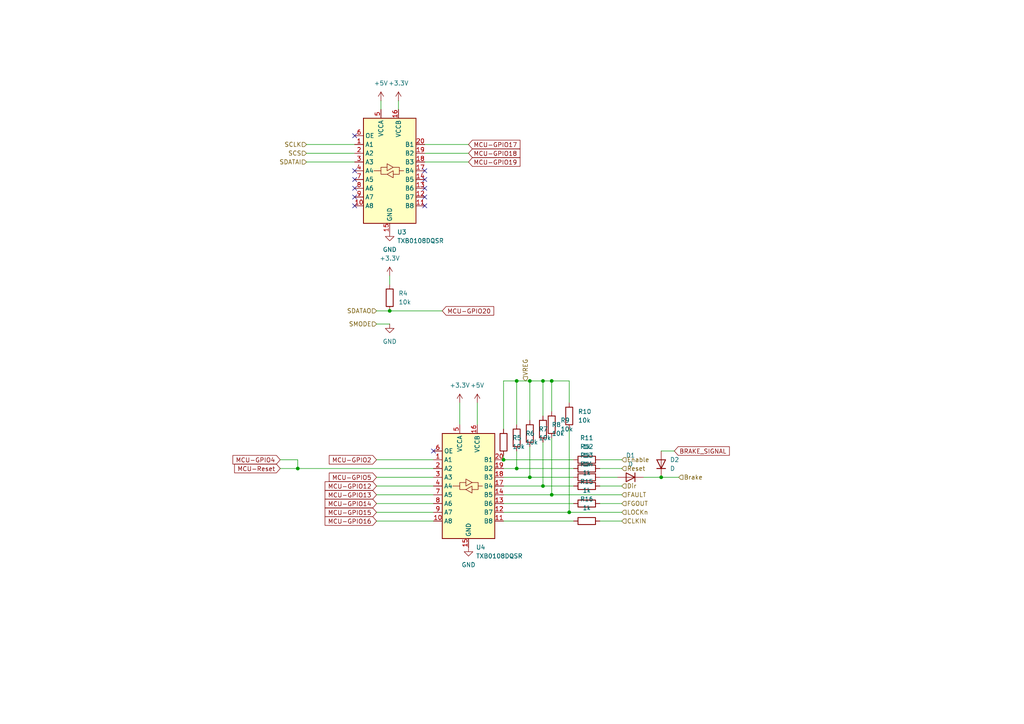
<source format=kicad_sch>
(kicad_sch (version 20250114) (generator "eeschema") (generator_version "9.0")
  (paper "A4")
  (lib_symbols
    (symbol "Device:D" (pin_numbers (hide yes)) (pin_names (offset 1.016) (hide yes))
      (property "Reference" "D" (at 0 2.54 0))
      (property "Value" "D" (at 0 -2.54 0))
      (symbol "D_0_1"
        (polyline (pts (xy -1.27 1.27) (xy -1.27 -1.27)) (stroke (width 0.254)))
        (polyline (pts (xy 1.27 1.27) (xy 1.27 -1.27) (xy -1.27 0) (xy 1.27 1.27)) (stroke (width 0.254)))
        (polyline (pts (xy 1.27 0) (xy -1.27 0)))
      )
      (symbol "D_1_1"
        (pin passive line (at -3.81 0 0) (length 2.54) (name "K") (number "1"))
        (pin passive line (at 3.81 0 180) (length 2.54) (name "A") (number "2"))
      )
    )
    (symbol "Device:R" (pin_numbers (hide yes)) (pin_names (offset 0))
      (property "Reference" "R" (at 2.032 0 90))
      (property "Value" "R" (at 0 0 90))
      (symbol "R_0_1"
        (rectangle (start -1.016 -2.54) (end 1.016 2.54) (stroke (width 0.254)))
      )
      (symbol "R_1_1"
        (pin passive line (at 0 3.81 270) (length 1.27) (name "~") (number "1"))
        (pin passive line (at 0 -3.81 90) (length 1.27) (name "~") (number "2"))
      )
    )
    (symbol "Logic_LevelTranslator:TXB0108DQSR"
      (property "Reference" "U" (at -6.35 16.51 0))
      (property "Value" "TXB0108DQSR" (at 3.81 16.51 0))
      (symbol "TXB0108DQSR_0_1"
        (rectangle (start -7.62 15.24) (end 7.62 -15.24) (stroke (width 0.254)) (fill (type background)))
        (polyline (pts (xy -2.54 0) (xy -2.54 1.016) (xy -0.762 1.016)))
        (polyline (pts (xy -0.762 -1.016) (xy -2.54 -1.016) (xy -2.54 0) (xy -4.572 0)))
        (polyline (pts (xy -0.762 -1.016) (xy 1.016 0) (xy 1.016 -2.032) (xy -0.762 -1.016)))
        (polyline (pts (xy 1.016 1.016) (xy -0.762 0) (xy -0.762 2.032) (xy 1.016 1.016)))
        (polyline (pts (xy 1.016 1.016) (xy 2.794 1.016) (xy 2.794 0) (xy 4.064 0)))
        (polyline (pts (xy 2.794 0) (xy 2.794 -1.016) (xy 1.016 -1.016)))
      )
      (symbol "TXB0108DQSR_1_1"
        (pin input line (at -10.16 10.16 0) (length 2.54) (name "OE") (number "6"))
        (pin bidirectional line (at -10.16 7.62 0) (length 2.54) (name "A1") (number "1"))
        (pin bidirectional line (at -10.16 5.08 0) (length 2.54) (name "A2") (number "2"))
        (pin bidirectional line (at -10.16 2.54 0) (length 2.54) (name "A3") (number "3"))
        (pin bidirectional line (at -10.16 0 0) (length 2.54) (name "A4") (number "4"))
        (pin bidirectional line (at -10.16 -2.54 0) (length 2.54) (name "A5") (number "7"))
        (pin bidirectional line (at -10.16 -5.08 0) (length 2.54) (name "A6") (number "8"))
        (pin bidirectional line (at -10.16 -7.62 0) (length 2.54) (name "A7") (number "9"))
        (pin bidirectional line (at -10.16 -10.16 0) (length 2.54) (name "A8") (number "10"))
        (pin power_in line (at -2.54 17.78 270) (length 2.54) (name "VCCA") (number "5"))
        (pin power_in line (at 0 -17.78 90) (length 2.54) (name "GND") (number "15"))
        (pin power_in line (at 2.54 17.78 270) (length 2.54) (name "VCCB") (number "16"))
        (pin bidirectional line (at 10.16 7.62 180) (length 2.54) (name "B1") (number "20"))
        (pin bidirectional line (at 10.16 5.08 180) (length 2.54) (name "B2") (number "19"))
        (pin bidirectional line (at 10.16 2.54 180) (length 2.54) (name "B3") (number "18"))
        (pin bidirectional line (at 10.16 0 180) (length 2.54) (name "B4") (number "17"))
        (pin bidirectional line (at 10.16 -2.54 180) (length 2.54) (name "B5") (number "14"))
        (pin bidirectional line (at 10.16 -5.08 180) (length 2.54) (name "B6") (number "13"))
        (pin bidirectional line (at 10.16 -7.62 180) (length 2.54) (name "B7") (number "12"))
        (pin bidirectional line (at 10.16 -10.16 180) (length 2.54) (name "B8") (number "11"))
      )
    )
    (symbol "power:+3.3V" (power) (pin_numbers (hide yes)) (pin_names (offset 0) (hide yes))
      (property "Value" "+3.3V" (at 0 3.556 0))
      (symbol "+3.3V_0_1"
        (polyline (pts (xy -0.762 1.27) (xy 0 2.54)))
        (polyline (pts (xy 0 2.54) (xy 0.762 1.27)))
        (polyline (pts (xy 0 0) (xy 0 2.54)))
      )
      (symbol "+3.3V_1_1"
        (pin power_in line (at 0 0 90) (length 0) (name "~") (number "1"))
      )
    )
    (symbol "power:+5V" (power) (pin_numbers (hide yes)) (pin_names (offset 0) (hide yes))
      (property "Value" "+5V" (at 0 3.556 0))
      (symbol "+5V_0_1"
        (polyline (pts (xy -0.762 1.27) (xy 0 2.54)))
        (polyline (pts (xy 0 2.54) (xy 0.762 1.27)))
        (polyline (pts (xy 0 0) (xy 0 2.54)))
      )
      (symbol "+5V_1_1"
        (pin power_in line (at 0 0 90) (length 0) (name "~") (number "1"))
      )
    )
    (symbol "power:GND" (power) (pin_numbers (hide yes)) (pin_names (offset 0) (hide yes))
      (property "Value" "GND" (at 0 -3.81 0))
      (symbol "GND_0_1"
        (polyline (pts (xy 0 0) (xy 0 -1.27) (xy 1.27 -1.27) (xy 0 -2.54) (xy -1.27 -1.27) (xy 0 -1.27)))
      )
      (symbol "GND_1_1"
        (pin power_in line (at 0 0 270) (length 0) (name "~") (number "1"))
      )
    )
  )
  (junction (at 149.86 110.49))
  (junction (at 153.67 138.43))
  (junction (at 86.36 135.89))
  (junction (at 157.48 140.97))
  (junction (at 149.86 135.89))
  (junction (at 146.05 133.35))
  (junction (at 191.77 138.43))
  (junction (at 165.1 148.59))
  (junction (at 157.48 110.49))
  (junction (at 160.02 110.49))
  (junction (at 153.67 110.49))
  (junction (at 160.02 143.51))
  (junction (at 113.03 90.17))
  (no_connect (at 123.19 57.15))
  (no_connect (at 102.87 54.61))
  (no_connect (at 102.87 39.37))
  (no_connect (at 102.87 57.15))
  (no_connect (at 102.87 59.69))
  (no_connect (at 123.19 52.07))
  (no_connect (at 102.87 52.07))
  (no_connect (at 125.73 130.81))
  (no_connect (at 123.19 49.53))
  (no_connect (at 123.19 54.61))
  (no_connect (at 123.19 59.69))
  (no_connect (at 102.87 49.53))
  (wire (pts (xy 173.99 135.89) (xy 180.34 135.89)))
  (wire (pts (xy 88.9 41.91) (xy 102.87 41.91)))
  (wire (pts (xy 146.05 146.05) (xy 166.37 146.05)))
  (wire (pts (xy 109.22 140.97) (xy 125.73 140.97)))
  (wire (pts (xy 160.02 143.51) (xy 180.34 143.51)))
  (wire (pts (xy 133.35 116.84) (xy 133.35 123.19)))
  (wire (pts (xy 149.86 130.81) (xy 149.86 135.89)))
  (wire (pts (xy 138.43 116.84) (xy 138.43 123.19)))
  (wire (pts (xy 173.99 146.05) (xy 180.34 146.05)))
  (wire (pts (xy 88.9 44.45) (xy 102.87 44.45)))
  (wire (pts (xy 109.22 93.98) (xy 113.03 93.98)))
  (wire (pts (xy 81.28 135.89) (xy 86.36 135.89)))
  (wire (pts (xy 115.57 29.21) (xy 115.57 31.75)))
  (wire (pts (xy 109.22 151.13) (xy 125.73 151.13)))
  (wire (pts (xy 157.48 140.97) (xy 166.37 140.97)))
  (wire (pts (xy 109.22 90.17) (xy 113.03 90.17)))
  (wire (pts (xy 109.22 146.05) (xy 125.73 146.05)))
  (wire (pts (xy 81.28 133.35) (xy 86.36 133.35)))
  (wire (pts (xy 146.05 138.43) (xy 153.67 138.43)))
  (wire (pts (xy 173.99 133.35) (xy 180.34 133.35)))
  (wire (pts (xy 153.67 129.54) (xy 153.67 138.43)))
  (wire (pts (xy 149.86 135.89) (xy 166.37 135.89)))
  (wire (pts (xy 173.99 138.43) (xy 179.07 138.43)))
  (wire (pts (xy 165.1 148.59) (xy 180.34 148.59)))
  (wire (pts (xy 153.67 138.43) (xy 166.37 138.43)))
  (wire (pts (xy 146.05 143.51) (xy 160.02 143.51)))
  (wire (pts (xy 109.22 143.51) (xy 125.73 143.51)))
  (wire (pts (xy 146.05 132.08) (xy 146.05 133.35)))
  (wire (pts (xy 149.86 110.49) (xy 153.67 110.49)))
  (wire (pts (xy 146.05 148.59) (xy 165.1 148.59)))
  (wire (pts (xy 173.99 140.97) (xy 180.34 140.97)))
  (wire (pts (xy 123.19 44.45) (xy 135.89 44.45)))
  (wire (pts (xy 153.67 110.49) (xy 153.67 121.92)))
  (wire (pts (xy 165.1 124.46) (xy 165.1 148.59)))
  (wire (pts (xy 146.05 140.97) (xy 157.48 140.97)))
  (wire (pts (xy 165.1 116.84) (xy 165.1 110.49)))
  (wire (pts (xy 191.77 138.43) (xy 196.85 138.43)))
  (wire (pts (xy 146.05 151.13) (xy 166.37 151.13)))
  (wire (pts (xy 153.67 110.49) (xy 157.48 110.49)))
  (wire (pts (xy 146.05 135.89) (xy 149.86 135.89)))
  (wire (pts (xy 157.48 110.49) (xy 157.48 120.65)))
  (wire (pts (xy 149.86 123.19) (xy 149.86 110.49)))
  (wire (pts (xy 195.58 130.81) (xy 191.77 130.81)))
  (wire (pts (xy 146.05 110.49) (xy 149.86 110.49)))
  (wire (pts (xy 86.36 133.35) (xy 86.36 135.89)))
  (wire (pts (xy 160.02 110.49) (xy 165.1 110.49)))
  (wire (pts (xy 109.22 138.43) (xy 125.73 138.43)))
  (wire (pts (xy 109.22 148.59) (xy 125.73 148.59)))
  (wire (pts (xy 173.99 151.13) (xy 180.34 151.13)))
  (wire (pts (xy 160.02 110.49) (xy 157.48 110.49)))
  (wire (pts (xy 146.05 124.46) (xy 146.05 110.49)))
  (wire (pts (xy 146.05 133.35) (xy 166.37 133.35)))
  (wire (pts (xy 88.9 46.99) (xy 102.87 46.99)))
  (wire (pts (xy 157.48 128.27) (xy 157.48 140.97)))
  (wire (pts (xy 110.49 29.21) (xy 110.49 31.75)))
  (wire (pts (xy 113.03 80.01) (xy 113.03 82.55)))
  (wire (pts (xy 186.69 138.43) (xy 191.77 138.43)))
  (wire (pts (xy 113.03 90.17) (xy 128.27 90.17)))
  (wire (pts (xy 123.19 46.99) (xy 135.89 46.99)))
  (wire (pts (xy 160.02 127) (xy 160.02 143.51)))
  (wire (pts (xy 160.02 119.38) (xy 160.02 110.49)))
  (wire (pts (xy 123.19 41.91) (xy 135.89 41.91)))
  (wire (pts (xy 109.22 133.35) (xy 125.73 133.35)))
  (wire (pts (xy 86.36 135.89) (xy 125.73 135.89)))
  (global_label "MCU-GPIO12" (shape input) (at 109.22 140.97 180) (property "Intersheetrefs" "${INTERSHEET_REFS}" (effects (hide yes))))
  (global_label "BRAKE_SIGNAL" (shape input) (at 195.58 130.81 0) (property "Intersheetrefs" "${INTERSHEET_REFS}" (effects (hide yes))))
  (global_label "MCU-GPIO5" (shape input) (at 109.22 138.43 180) (property "Intersheetrefs" "${INTERSHEET_REFS}" (effects (hide yes))))
  (global_label "MCU-GPIO16" (shape input) (at 109.22 151.13 180) (property "Intersheetrefs" "${INTERSHEET_REFS}" (effects (hide yes))))
  (global_label "MCU-GPIO13" (shape input) (at 109.22 143.51 180) (property "Intersheetrefs" "${INTERSHEET_REFS}" (effects (hide yes))))
  (global_label "MCU-GPIO19" (shape input) (at 135.89 46.99 0) (property "Intersheetrefs" "${INTERSHEET_REFS}" (effects (hide yes))))
  (global_label "MCU-GPIO17" (shape input) (at 135.89 41.91 0) (property "Intersheetrefs" "${INTERSHEET_REFS}" (effects (hide yes))))
  (global_label "MCU-GPIO2" (shape input) (at 109.22 133.35 180) (property "Intersheetrefs" "${INTERSHEET_REFS}" (effects (hide yes))))
  (global_label "MCU-GPIO14" (shape input) (at 109.22 146.05 180) (property "Intersheetrefs" "${INTERSHEET_REFS}" (effects (hide yes))))
  (global_label "MCU-GPIO20" (shape input) (at 128.27 90.17 0) (property "Intersheetrefs" "${INTERSHEET_REFS}" (effects (hide yes))))
  (global_label "MCU-Reset" (shape input) (at 81.28 135.89 180) (property "Intersheetrefs" "${INTERSHEET_REFS}" (effects (hide yes))))
  (global_label "MCU-GPIO15" (shape input) (at 109.22 148.59 180) (property "Intersheetrefs" "${INTERSHEET_REFS}" (effects (hide yes))))
  (global_label "MCU-GPIO4" (shape input) (at 81.28 133.35 180) (property "Intersheetrefs" "${INTERSHEET_REFS}" (effects (hide yes))))
  (global_label "MCU-GPIO18" (shape input) (at 135.89 44.45 0) (property "Intersheetrefs" "${INTERSHEET_REFS}" (effects (hide yes))))
  (hierarchical_label "Enable" (shape input) (at 180.34 133.35 0))
  (hierarchical_label "SMODE" (shape input) (at 109.22 93.98 180))
  (hierarchical_label "Reset" (shape input) (at 180.34 135.89 0))
  (hierarchical_label "FGOUT" (shape input) (at 180.34 146.05 0))
  (hierarchical_label "CLKIN" (shape input) (at 180.34 151.13 0))
  (hierarchical_label "VREG" (shape input) (at 152.4 110.49 90))
  (hierarchical_label "Dir" (shape input) (at 180.34 140.97 0))
  (hierarchical_label "SDATAO" (shape input) (at 109.22 90.17 180))
  (hierarchical_label "FAULT" (shape input) (at 180.34 143.51 0))
  (hierarchical_label "SDATAI" (shape input) (at 88.9 46.99 180))
  (hierarchical_label "SCLK" (shape input) (at 88.9 41.91 180))
  (hierarchical_label "Brake" (shape input) (at 196.85 138.43 0))
  (hierarchical_label "SCS" (shape input) (at 88.9 44.45 180))
  (hierarchical_label "LOCKn" (shape input) (at 180.34 148.59 0))
  (symbol (lib_id "Device:R") (at 170.18 138.43 90) (unit 1)
    (property "Reference" "R13" (at 170.18 132.08 90))
    (property "Value" "1k" (at 170.18 134.62 90))
    (property "Footprint" "Resistor_SMD:R_0402_1005Metric" (effects (hide yes)))
    (property "Description" "Resistor" (effects (hide yes)))
  )
  (symbol (lib_id "Device:D") (at 182.88 138.43 180) (unit 1)
    (property "Reference" "D1" (at 182.88 132.08 0))
    (property "Value" "D" (at 182.88 134.62 0))
    (property "Footprint" "Diode_SMD:D_SOD-323" (effects (hide yes)))
    (property "Description" "Diode" (effects (hide yes)))
    (property "Sim.Device" "D" (effects (hide yes)))
    (property "Sim.Pins" "1=K 2=A" (effects (hide yes)))
  )
  (symbol (lib_id "Device:R") (at 149.86 127 0) (unit 1)
    (property "Reference" "R6" (at 152.4 125.7299 0) (effects (justify left)))
    (property "Value" "10k" (at 152.4 128.2699 0) (effects (justify left)))
    (property "Footprint" "Resistor_SMD:R_0603_1608Metric" (effects (hide yes)))
    (property "Description" "Resistor" (effects (hide yes)))
  )
  (symbol (lib_id "Device:R") (at 157.48 124.46 0) (unit 1)
    (property "Reference" "R8" (at 160.02 123.1899 0) (effects (justify left)))
    (property "Value" "10k" (at 160.02 125.7299 0) (effects (justify left)))
    (property "Footprint" "Resistor_SMD:R_0603_1608Metric" (effects (hide yes)))
    (property "Description" "Resistor" (effects (hide yes)))
  )
  (symbol (lib_id "Device:R") (at 170.18 146.05 90) (unit 1)
    (property "Reference" "R15" (at 170.18 139.7 90))
    (property "Value" "1k" (at 170.18 142.24 90))
    (property "Footprint" "Resistor_SMD:R_0402_1005Metric" (effects (hide yes)))
    (property "Description" "Resistor" (effects (hide yes)))
  )
  (symbol (lib_id "Device:R") (at 170.18 140.97 90) (unit 1)
    (property "Reference" "R14" (at 170.18 134.62 90))
    (property "Value" "1k" (at 170.18 137.16 90))
    (property "Footprint" "Resistor_SMD:R_0402_1005Metric" (effects (hide yes)))
    (property "Description" "Resistor" (effects (hide yes)))
  )
  (symbol (lib_id "Device:R") (at 160.02 123.19 0) (unit 1)
    (property "Reference" "R9" (at 162.56 121.9199 0) (effects (justify left)))
    (property "Value" "10k" (at 162.56 124.4599 0) (effects (justify left)))
    (property "Footprint" "Resistor_SMD:R_0603_1608Metric" (effects (hide yes)))
    (property "Description" "Resistor" (effects (hide yes)))
  )
  (symbol (lib_id "power:+3.3V") (at 113.03 80.01 0) (unit 1)
    (property "Reference" "#PWR020" (effects (hide yes)))
    (property "Value" "+3.3V" (at 113.03 74.93 0))
    (property "Description" "Power symbol creates a global label with name \"+3.3V\"" (effects (hide yes)))
  )
  (symbol (lib_id "Device:D") (at 191.77 134.62 90) (unit 1)
    (property "Reference" "D2" (at 194.31 133.3499 90) (effects (justify right)))
    (property "Value" "D" (at 194.31 135.8899 90) (effects (justify right)))
    (property "Footprint" "Diode_SMD:D_SOD-323" (effects (hide yes)))
    (property "Description" "Diode" (effects (hide yes)))
    (property "Sim.Device" "D" (effects (hide yes)))
    (property "Sim.Pins" "1=K 2=A" (effects (hide yes)))
  )
  (symbol (lib_id "Device:R") (at 170.18 133.35 90) (unit 1)
    (property "Reference" "R11" (at 170.18 127 90))
    (property "Value" "1k" (at 170.18 129.54 90))
    (property "Footprint" "Resistor_SMD:R_0402_1005Metric" (effects (hide yes)))
    (property "Description" "Resistor" (effects (hide yes)))
  )
  (symbol (lib_id "power:+5V") (at 138.43 116.84 0) (unit 1)
    (property "Reference" "#PWR025" (effects (hide yes)))
    (property "Value" "+5V" (at 138.43 111.76 0))
    (property "Description" "Power symbol creates a global label with name \"+5V\"" (effects (hide yes)))
  )
  (symbol (lib_id "Device:R") (at 170.18 151.13 90) (unit 1)
    (property "Reference" "R16" (at 170.18 144.78 90))
    (property "Value" "1k" (at 170.18 147.32 90))
    (property "Footprint" "Resistor_SMD:R_0402_1005Metric" (effects (hide yes)))
    (property "Description" "Resistor" (effects (hide yes)))
  )
  (symbol (lib_id "power:GND") (at 135.89 158.75 0) (unit 1)
    (property "Reference" "#PWR024" (effects (hide yes)))
    (property "Value" "GND" (at 135.89 163.83 0))
    (property "Description" "Power symbol creates a global label with name \"GND\" , ground" (effects (hide yes)))
  )
  (symbol (lib_id "Device:R") (at 153.67 125.73 0) (unit 1)
    (property "Reference" "R7" (at 156.21 124.4599 0) (effects (justify left)))
    (property "Value" "10k" (at 156.21 126.9999 0) (effects (justify left)))
    (property "Footprint" "Resistor_SMD:R_0603_1608Metric" (effects (hide yes)))
    (property "Description" "Resistor" (effects (hide yes)))
  )
  (symbol (lib_id "Device:R") (at 146.05 128.27 0) (unit 1)
    (property "Reference" "R5" (at 148.59 126.9999 0) (effects (justify left)))
    (property "Value" "10k" (at 148.59 129.5399 0) (effects (justify left)))
    (property "Footprint" "Resistor_SMD:R_0603_1608Metric" (effects (hide yes)))
    (property "Description" "Resistor" (effects (hide yes)))
  )
  (symbol (lib_id "Device:R") (at 170.18 135.89 90) (unit 1)
    (property "Reference" "R12" (at 170.18 129.54 90))
    (property "Value" "1k" (at 170.18 132.08 90))
    (property "Footprint" "Resistor_SMD:R_0402_1005Metric" (effects (hide yes)))
    (property "Description" "Resistor" (effects (hide yes)))
  )
  (symbol (lib_id "power:GND") (at 113.03 67.31 0) (unit 1)
    (property "Reference" "#PWR019" (effects (hide yes)))
    (property "Value" "GND" (at 113.03 72.39 0))
    (property "Description" "Power symbol creates a global label with name \"GND\" , ground" (effects (hide yes)))
  )
  (symbol (lib_id "power:+3.3V") (at 133.35 116.84 0) (unit 1)
    (property "Reference" "#PWR023" (effects (hide yes)))
    (property "Value" "+3.3V" (at 133.35 111.76 0))
    (property "Description" "Power symbol creates a global label with name \"+3.3V\"" (effects (hide yes)))
  )
  (symbol (lib_id "power:+5V") (at 110.49 29.21 0) (unit 1)
    (property "Reference" "#PWR018" (effects (hide yes)))
    (property "Value" "+5V" (at 110.49 24.13 0))
    (property "Description" "Power symbol creates a global label with name \"+5V\"" (effects (hide yes)))
  )
  (symbol (lib_id "power:+3.3V") (at 115.57 29.21 0) (unit 1)
    (property "Reference" "#PWR022" (effects (hide yes)))
    (property "Value" "+3.3V" (at 115.57 24.13 0))
    (property "Description" "Power symbol creates a global label with name \"+3.3V\"" (effects (hide yes)))
  )
  (symbol (lib_id "power:GND") (at 113.03 93.98 0) (unit 1)
    (property "Reference" "#PWR021" (effects (hide yes)))
    (property "Value" "GND" (at 113.03 99.06 0))
    (property "Description" "Power symbol creates a global label with name \"GND\" , ground" (effects (hide yes)))
  )
  (symbol (lib_id "Logic_LevelTranslator:TXB0108DQSR") (at 135.89 140.97 0) (unit 1)
    (property "Reference" "U4" (at 138.0333 158.75 0) (effects (justify left)))
    (property "Value" "TXB0108DQSR" (at 138.0333 161.29 0) (effects (justify left)))
    (property "Footprint" "Package_SON:USON-20_2x4mm_P0.4mm" (effects (hide yes)))
    (property "Datasheet" "http://www.ti.com/lit/ds/symlink/txb0108.pdf" (effects (hide yes)))
    (property "Description" "8-Bit Bidirectional Voltage-Level Translator, Auto Direction Sensing and ±15-kV ESD Protection, 1.2 - 3.6V APort, 1.65 - 5.5V BPort, USON-20" (effects (hide yes)))
  )
  (symbol (lib_id "Device:R") (at 113.03 86.36 0) (unit 1)
    (property "Reference" "R4" (at 115.57 85.0899 0) (effects (justify left)))
    (property "Value" "10k" (at 115.57 87.6299 0) (effects (justify left)))
    (property "Footprint" "Resistor_SMD:R_0603_1608Metric" (effects (hide yes)))
    (property "Description" "Resistor" (effects (hide yes)))
  )
  (symbol (lib_id "Logic_LevelTranslator:TXB0108DQSR") (at 113.03 49.53 0) (unit 1)
    (property "Reference" "U3" (at 115.1733 67.31 0) (effects (justify left)))
    (property "Value" "TXB0108DQSR" (at 115.1733 69.85 0) (effects (justify left)))
    (property "Footprint" "Package_SON:USON-20_2x4mm_P0.4mm" (effects (hide yes)))
    (property "Datasheet" "http://www.ti.com/lit/ds/symlink/txb0108.pdf" (effects (hide yes)))
    (property "Description" "8-Bit Bidirectional Voltage-Level Translator, Auto Direction Sensing and ±15-kV ESD Protection, 1.2 - 3.6V APort, 1.65 - 5.5V BPort, USON-20" (effects (hide yes)))
  )
  (symbol (lib_id "Device:R") (at 165.1 120.65 0) (unit 1)
    (property "Reference" "R10" (at 167.64 119.3799 0) (effects (justify left)))
    (property "Value" "10k" (at 167.64 121.9199 0) (effects (justify left)))
    (property "Footprint" "Resistor_SMD:R_0603_1608Metric" (effects (hide yes)))
    (property "Description" "Resistor" (effects (hide yes)))
  )
)
</source>
